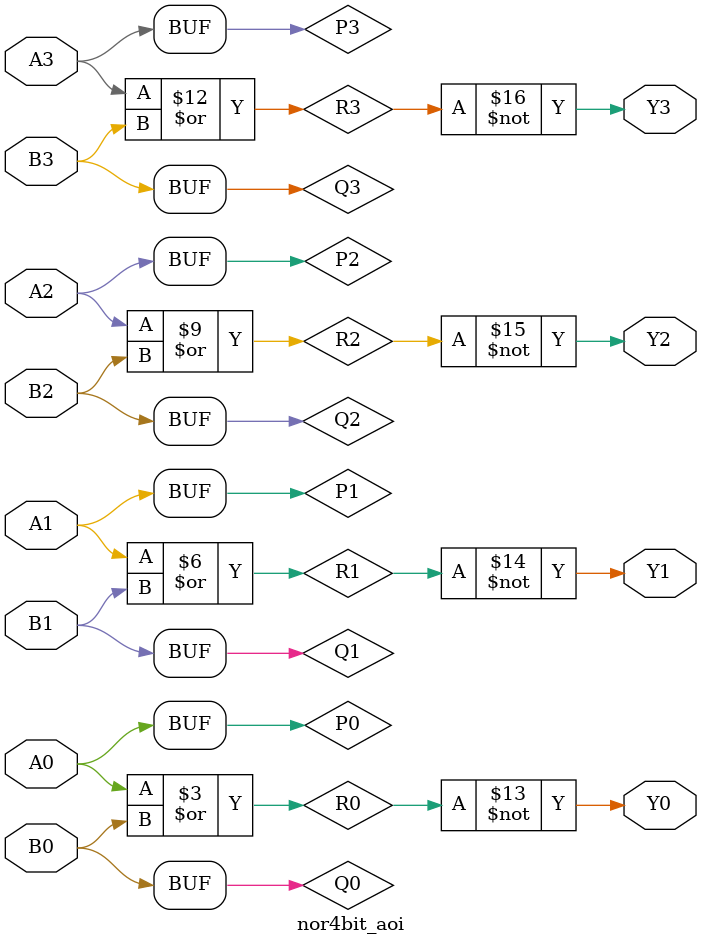
<source format=v>
module nor4bit_aoi(
    input A3,A2,A1,A0,
    input B3,B2,B1,B0,
    output Y3,Y2,Y1,Y0
);

    wire P0,Q0,R0,P1,Q1,R1,P2,Q2,R2,P3,Q3,R3;

    and(P0,A0,1'b1); and(Q0,B0,1'b1); or(R0,P0,Q0); not(Y0,R0);
    and(P1,A1,1'b1); and(Q1,B1,1'b1); or(R1,P1,Q1); not(Y1,R1);
    and(P2,A2,1'b1); and(Q2,B2,1'b1); or(R2,P2,Q2); not(Y2,R2);
    and(P3,A3,1'b1); and(Q3,B3,1'b1); or(R3,P3,Q3); not(Y3,R3);

endmodule

</source>
